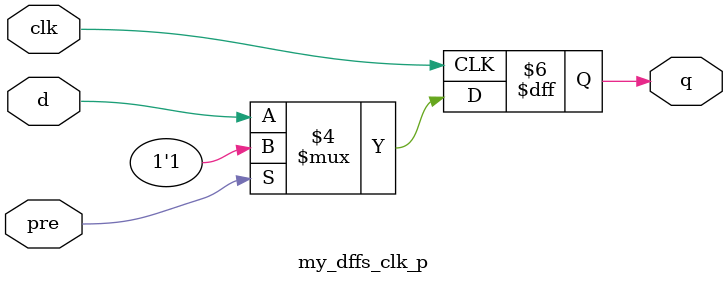
<source format=v>
module my_dffs_clk_p (
    input d,
    clk,
    pre,
    output reg q
);
  initial q <= 0;
  always @(posedge clk)
    if (pre) q <= 1'b1;
    else q <= d;
endmodule
</source>
